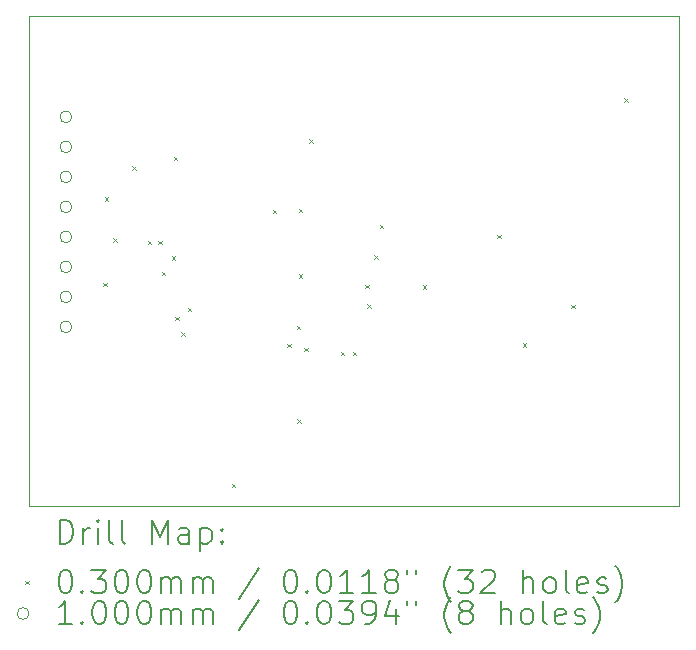
<source format=gbr>
%TF.GenerationSoftware,KiCad,Pcbnew,9.0.3*%
%TF.CreationDate,2026-02-26T20:24:48-03:00*%
%TF.ProjectId,EEGFrontier,45454746-726f-46e7-9469-65722e6b6963,rev?*%
%TF.SameCoordinates,Original*%
%TF.FileFunction,Drillmap*%
%TF.FilePolarity,Positive*%
%FSLAX45Y45*%
G04 Gerber Fmt 4.5, Leading zero omitted, Abs format (unit mm)*
G04 Created by KiCad (PCBNEW 9.0.3) date 2026-02-26 20:24:48*
%MOMM*%
%LPD*%
G01*
G04 APERTURE LIST*
%ADD10C,0.050000*%
%ADD11C,0.200000*%
%ADD12C,0.100000*%
G04 APERTURE END LIST*
D10*
X10700000Y-6101250D02*
X16202500Y-6101250D01*
X16202500Y-10253750D01*
X10700000Y-10253750D01*
X10700000Y-6101250D01*
D11*
D12*
X11325000Y-8357500D02*
X11355000Y-8387500D01*
X11355000Y-8357500D02*
X11325000Y-8387500D01*
X11340000Y-7635000D02*
X11370000Y-7665000D01*
X11370000Y-7635000D02*
X11340000Y-7665000D01*
X11412500Y-7982500D02*
X11442500Y-8012500D01*
X11442500Y-7982500D02*
X11412500Y-8012500D01*
X11570000Y-7375000D02*
X11600000Y-7405000D01*
X11600000Y-7375000D02*
X11570000Y-7405000D01*
X11702500Y-8002500D02*
X11732500Y-8032500D01*
X11732500Y-8002500D02*
X11702500Y-8032500D01*
X11789926Y-8005073D02*
X11819926Y-8035073D01*
X11819926Y-8005073D02*
X11789926Y-8035073D01*
X11820000Y-8267500D02*
X11850000Y-8297500D01*
X11850000Y-8267500D02*
X11820000Y-8297500D01*
X11907500Y-8135900D02*
X11937500Y-8165900D01*
X11937500Y-8135900D02*
X11907500Y-8165900D01*
X11922500Y-7292500D02*
X11952500Y-7322500D01*
X11952500Y-7292500D02*
X11922500Y-7322500D01*
X11935000Y-8647500D02*
X11965000Y-8677500D01*
X11965000Y-8647500D02*
X11935000Y-8677500D01*
X11987500Y-8777500D02*
X12017500Y-8807500D01*
X12017500Y-8777500D02*
X11987500Y-8807500D01*
X12040000Y-8572500D02*
X12070000Y-8602500D01*
X12070000Y-8572500D02*
X12040000Y-8602500D01*
X12412500Y-10062500D02*
X12442500Y-10092500D01*
X12442500Y-10062500D02*
X12412500Y-10092500D01*
X12762750Y-7742500D02*
X12792750Y-7772500D01*
X12792750Y-7742500D02*
X12762750Y-7772500D01*
X12885000Y-8875000D02*
X12915000Y-8905000D01*
X12915000Y-8875000D02*
X12885000Y-8905000D01*
X12965000Y-8725000D02*
X12995000Y-8755000D01*
X12995000Y-8725000D02*
X12965000Y-8755000D01*
X12970000Y-9515000D02*
X13000000Y-9545000D01*
X13000000Y-9515000D02*
X12970000Y-9545000D01*
X12982500Y-7732500D02*
X13012500Y-7762500D01*
X13012500Y-7732500D02*
X12982500Y-7762500D01*
X12982500Y-8287500D02*
X13012500Y-8317500D01*
X13012500Y-8287500D02*
X12982500Y-8317500D01*
X13030000Y-8910000D02*
X13060000Y-8940000D01*
X13060000Y-8910000D02*
X13030000Y-8940000D01*
X13072500Y-7145000D02*
X13102500Y-7175000D01*
X13102500Y-7145000D02*
X13072500Y-7175000D01*
X13335319Y-8944681D02*
X13365319Y-8974681D01*
X13365319Y-8944681D02*
X13335319Y-8974681D01*
X13438006Y-8944494D02*
X13468006Y-8974494D01*
X13468006Y-8944494D02*
X13438006Y-8974494D01*
X13542500Y-8377500D02*
X13572500Y-8407500D01*
X13572500Y-8377500D02*
X13542500Y-8407500D01*
X13560000Y-8542500D02*
X13590000Y-8572500D01*
X13590000Y-8542500D02*
X13560000Y-8572500D01*
X13620000Y-8127100D02*
X13650000Y-8157100D01*
X13650000Y-8127100D02*
X13620000Y-8157100D01*
X13667500Y-7867500D02*
X13697500Y-7897500D01*
X13697500Y-7867500D02*
X13667500Y-7897500D01*
X14030000Y-8382500D02*
X14060000Y-8412500D01*
X14060000Y-8382500D02*
X14030000Y-8412500D01*
X14662500Y-7952500D02*
X14692500Y-7982500D01*
X14692500Y-7952500D02*
X14662500Y-7982500D01*
X14877500Y-8870000D02*
X14907500Y-8900000D01*
X14907500Y-8870000D02*
X14877500Y-8900000D01*
X15290000Y-8547500D02*
X15320000Y-8577500D01*
X15320000Y-8547500D02*
X15290000Y-8577500D01*
X15737500Y-6797500D02*
X15767500Y-6827500D01*
X15767500Y-6797500D02*
X15737500Y-6827500D01*
X11060000Y-6955500D02*
G75*
G02*
X10960000Y-6955500I-50000J0D01*
G01*
X10960000Y-6955500D02*
G75*
G02*
X11060000Y-6955500I50000J0D01*
G01*
X11060000Y-7209500D02*
G75*
G02*
X10960000Y-7209500I-50000J0D01*
G01*
X10960000Y-7209500D02*
G75*
G02*
X11060000Y-7209500I50000J0D01*
G01*
X11060000Y-7463500D02*
G75*
G02*
X10960000Y-7463500I-50000J0D01*
G01*
X10960000Y-7463500D02*
G75*
G02*
X11060000Y-7463500I50000J0D01*
G01*
X11060000Y-7717500D02*
G75*
G02*
X10960000Y-7717500I-50000J0D01*
G01*
X10960000Y-7717500D02*
G75*
G02*
X11060000Y-7717500I50000J0D01*
G01*
X11060000Y-7971500D02*
G75*
G02*
X10960000Y-7971500I-50000J0D01*
G01*
X10960000Y-7971500D02*
G75*
G02*
X11060000Y-7971500I50000J0D01*
G01*
X11060000Y-8225500D02*
G75*
G02*
X10960000Y-8225500I-50000J0D01*
G01*
X10960000Y-8225500D02*
G75*
G02*
X11060000Y-8225500I50000J0D01*
G01*
X11060000Y-8479500D02*
G75*
G02*
X10960000Y-8479500I-50000J0D01*
G01*
X10960000Y-8479500D02*
G75*
G02*
X11060000Y-8479500I50000J0D01*
G01*
X11060000Y-8733500D02*
G75*
G02*
X10960000Y-8733500I-50000J0D01*
G01*
X10960000Y-8733500D02*
G75*
G02*
X11060000Y-8733500I50000J0D01*
G01*
D11*
X10958277Y-10567734D02*
X10958277Y-10367734D01*
X10958277Y-10367734D02*
X11005896Y-10367734D01*
X11005896Y-10367734D02*
X11034467Y-10377258D01*
X11034467Y-10377258D02*
X11053515Y-10396305D01*
X11053515Y-10396305D02*
X11063039Y-10415353D01*
X11063039Y-10415353D02*
X11072563Y-10453448D01*
X11072563Y-10453448D02*
X11072563Y-10482020D01*
X11072563Y-10482020D02*
X11063039Y-10520115D01*
X11063039Y-10520115D02*
X11053515Y-10539162D01*
X11053515Y-10539162D02*
X11034467Y-10558210D01*
X11034467Y-10558210D02*
X11005896Y-10567734D01*
X11005896Y-10567734D02*
X10958277Y-10567734D01*
X11158277Y-10567734D02*
X11158277Y-10434400D01*
X11158277Y-10472496D02*
X11167801Y-10453448D01*
X11167801Y-10453448D02*
X11177324Y-10443924D01*
X11177324Y-10443924D02*
X11196372Y-10434400D01*
X11196372Y-10434400D02*
X11215420Y-10434400D01*
X11282086Y-10567734D02*
X11282086Y-10434400D01*
X11282086Y-10367734D02*
X11272562Y-10377258D01*
X11272562Y-10377258D02*
X11282086Y-10386781D01*
X11282086Y-10386781D02*
X11291610Y-10377258D01*
X11291610Y-10377258D02*
X11282086Y-10367734D01*
X11282086Y-10367734D02*
X11282086Y-10386781D01*
X11405896Y-10567734D02*
X11386848Y-10558210D01*
X11386848Y-10558210D02*
X11377324Y-10539162D01*
X11377324Y-10539162D02*
X11377324Y-10367734D01*
X11510658Y-10567734D02*
X11491610Y-10558210D01*
X11491610Y-10558210D02*
X11482086Y-10539162D01*
X11482086Y-10539162D02*
X11482086Y-10367734D01*
X11739229Y-10567734D02*
X11739229Y-10367734D01*
X11739229Y-10367734D02*
X11805896Y-10510591D01*
X11805896Y-10510591D02*
X11872562Y-10367734D01*
X11872562Y-10367734D02*
X11872562Y-10567734D01*
X12053515Y-10567734D02*
X12053515Y-10462972D01*
X12053515Y-10462972D02*
X12043991Y-10443924D01*
X12043991Y-10443924D02*
X12024943Y-10434400D01*
X12024943Y-10434400D02*
X11986848Y-10434400D01*
X11986848Y-10434400D02*
X11967801Y-10443924D01*
X12053515Y-10558210D02*
X12034467Y-10567734D01*
X12034467Y-10567734D02*
X11986848Y-10567734D01*
X11986848Y-10567734D02*
X11967801Y-10558210D01*
X11967801Y-10558210D02*
X11958277Y-10539162D01*
X11958277Y-10539162D02*
X11958277Y-10520115D01*
X11958277Y-10520115D02*
X11967801Y-10501067D01*
X11967801Y-10501067D02*
X11986848Y-10491543D01*
X11986848Y-10491543D02*
X12034467Y-10491543D01*
X12034467Y-10491543D02*
X12053515Y-10482020D01*
X12148753Y-10434400D02*
X12148753Y-10634400D01*
X12148753Y-10443924D02*
X12167801Y-10434400D01*
X12167801Y-10434400D02*
X12205896Y-10434400D01*
X12205896Y-10434400D02*
X12224943Y-10443924D01*
X12224943Y-10443924D02*
X12234467Y-10453448D01*
X12234467Y-10453448D02*
X12243991Y-10472496D01*
X12243991Y-10472496D02*
X12243991Y-10529639D01*
X12243991Y-10529639D02*
X12234467Y-10548686D01*
X12234467Y-10548686D02*
X12224943Y-10558210D01*
X12224943Y-10558210D02*
X12205896Y-10567734D01*
X12205896Y-10567734D02*
X12167801Y-10567734D01*
X12167801Y-10567734D02*
X12148753Y-10558210D01*
X12329705Y-10548686D02*
X12339229Y-10558210D01*
X12339229Y-10558210D02*
X12329705Y-10567734D01*
X12329705Y-10567734D02*
X12320182Y-10558210D01*
X12320182Y-10558210D02*
X12329705Y-10548686D01*
X12329705Y-10548686D02*
X12329705Y-10567734D01*
X12329705Y-10443924D02*
X12339229Y-10453448D01*
X12339229Y-10453448D02*
X12329705Y-10462972D01*
X12329705Y-10462972D02*
X12320182Y-10453448D01*
X12320182Y-10453448D02*
X12329705Y-10443924D01*
X12329705Y-10443924D02*
X12329705Y-10462972D01*
D12*
X10667500Y-10881250D02*
X10697500Y-10911250D01*
X10697500Y-10881250D02*
X10667500Y-10911250D01*
D11*
X10996372Y-10787734D02*
X11015420Y-10787734D01*
X11015420Y-10787734D02*
X11034467Y-10797258D01*
X11034467Y-10797258D02*
X11043991Y-10806781D01*
X11043991Y-10806781D02*
X11053515Y-10825829D01*
X11053515Y-10825829D02*
X11063039Y-10863924D01*
X11063039Y-10863924D02*
X11063039Y-10911543D01*
X11063039Y-10911543D02*
X11053515Y-10949639D01*
X11053515Y-10949639D02*
X11043991Y-10968686D01*
X11043991Y-10968686D02*
X11034467Y-10978210D01*
X11034467Y-10978210D02*
X11015420Y-10987734D01*
X11015420Y-10987734D02*
X10996372Y-10987734D01*
X10996372Y-10987734D02*
X10977324Y-10978210D01*
X10977324Y-10978210D02*
X10967801Y-10968686D01*
X10967801Y-10968686D02*
X10958277Y-10949639D01*
X10958277Y-10949639D02*
X10948753Y-10911543D01*
X10948753Y-10911543D02*
X10948753Y-10863924D01*
X10948753Y-10863924D02*
X10958277Y-10825829D01*
X10958277Y-10825829D02*
X10967801Y-10806781D01*
X10967801Y-10806781D02*
X10977324Y-10797258D01*
X10977324Y-10797258D02*
X10996372Y-10787734D01*
X11148753Y-10968686D02*
X11158277Y-10978210D01*
X11158277Y-10978210D02*
X11148753Y-10987734D01*
X11148753Y-10987734D02*
X11139229Y-10978210D01*
X11139229Y-10978210D02*
X11148753Y-10968686D01*
X11148753Y-10968686D02*
X11148753Y-10987734D01*
X11224943Y-10787734D02*
X11348753Y-10787734D01*
X11348753Y-10787734D02*
X11282086Y-10863924D01*
X11282086Y-10863924D02*
X11310658Y-10863924D01*
X11310658Y-10863924D02*
X11329705Y-10873448D01*
X11329705Y-10873448D02*
X11339229Y-10882972D01*
X11339229Y-10882972D02*
X11348753Y-10902020D01*
X11348753Y-10902020D02*
X11348753Y-10949639D01*
X11348753Y-10949639D02*
X11339229Y-10968686D01*
X11339229Y-10968686D02*
X11329705Y-10978210D01*
X11329705Y-10978210D02*
X11310658Y-10987734D01*
X11310658Y-10987734D02*
X11253515Y-10987734D01*
X11253515Y-10987734D02*
X11234467Y-10978210D01*
X11234467Y-10978210D02*
X11224943Y-10968686D01*
X11472562Y-10787734D02*
X11491610Y-10787734D01*
X11491610Y-10787734D02*
X11510658Y-10797258D01*
X11510658Y-10797258D02*
X11520182Y-10806781D01*
X11520182Y-10806781D02*
X11529705Y-10825829D01*
X11529705Y-10825829D02*
X11539229Y-10863924D01*
X11539229Y-10863924D02*
X11539229Y-10911543D01*
X11539229Y-10911543D02*
X11529705Y-10949639D01*
X11529705Y-10949639D02*
X11520182Y-10968686D01*
X11520182Y-10968686D02*
X11510658Y-10978210D01*
X11510658Y-10978210D02*
X11491610Y-10987734D01*
X11491610Y-10987734D02*
X11472562Y-10987734D01*
X11472562Y-10987734D02*
X11453515Y-10978210D01*
X11453515Y-10978210D02*
X11443991Y-10968686D01*
X11443991Y-10968686D02*
X11434467Y-10949639D01*
X11434467Y-10949639D02*
X11424943Y-10911543D01*
X11424943Y-10911543D02*
X11424943Y-10863924D01*
X11424943Y-10863924D02*
X11434467Y-10825829D01*
X11434467Y-10825829D02*
X11443991Y-10806781D01*
X11443991Y-10806781D02*
X11453515Y-10797258D01*
X11453515Y-10797258D02*
X11472562Y-10787734D01*
X11663039Y-10787734D02*
X11682086Y-10787734D01*
X11682086Y-10787734D02*
X11701134Y-10797258D01*
X11701134Y-10797258D02*
X11710658Y-10806781D01*
X11710658Y-10806781D02*
X11720182Y-10825829D01*
X11720182Y-10825829D02*
X11729705Y-10863924D01*
X11729705Y-10863924D02*
X11729705Y-10911543D01*
X11729705Y-10911543D02*
X11720182Y-10949639D01*
X11720182Y-10949639D02*
X11710658Y-10968686D01*
X11710658Y-10968686D02*
X11701134Y-10978210D01*
X11701134Y-10978210D02*
X11682086Y-10987734D01*
X11682086Y-10987734D02*
X11663039Y-10987734D01*
X11663039Y-10987734D02*
X11643991Y-10978210D01*
X11643991Y-10978210D02*
X11634467Y-10968686D01*
X11634467Y-10968686D02*
X11624943Y-10949639D01*
X11624943Y-10949639D02*
X11615420Y-10911543D01*
X11615420Y-10911543D02*
X11615420Y-10863924D01*
X11615420Y-10863924D02*
X11624943Y-10825829D01*
X11624943Y-10825829D02*
X11634467Y-10806781D01*
X11634467Y-10806781D02*
X11643991Y-10797258D01*
X11643991Y-10797258D02*
X11663039Y-10787734D01*
X11815420Y-10987734D02*
X11815420Y-10854400D01*
X11815420Y-10873448D02*
X11824943Y-10863924D01*
X11824943Y-10863924D02*
X11843991Y-10854400D01*
X11843991Y-10854400D02*
X11872563Y-10854400D01*
X11872563Y-10854400D02*
X11891610Y-10863924D01*
X11891610Y-10863924D02*
X11901134Y-10882972D01*
X11901134Y-10882972D02*
X11901134Y-10987734D01*
X11901134Y-10882972D02*
X11910658Y-10863924D01*
X11910658Y-10863924D02*
X11929705Y-10854400D01*
X11929705Y-10854400D02*
X11958277Y-10854400D01*
X11958277Y-10854400D02*
X11977324Y-10863924D01*
X11977324Y-10863924D02*
X11986848Y-10882972D01*
X11986848Y-10882972D02*
X11986848Y-10987734D01*
X12082086Y-10987734D02*
X12082086Y-10854400D01*
X12082086Y-10873448D02*
X12091610Y-10863924D01*
X12091610Y-10863924D02*
X12110658Y-10854400D01*
X12110658Y-10854400D02*
X12139229Y-10854400D01*
X12139229Y-10854400D02*
X12158277Y-10863924D01*
X12158277Y-10863924D02*
X12167801Y-10882972D01*
X12167801Y-10882972D02*
X12167801Y-10987734D01*
X12167801Y-10882972D02*
X12177324Y-10863924D01*
X12177324Y-10863924D02*
X12196372Y-10854400D01*
X12196372Y-10854400D02*
X12224943Y-10854400D01*
X12224943Y-10854400D02*
X12243991Y-10863924D01*
X12243991Y-10863924D02*
X12253515Y-10882972D01*
X12253515Y-10882972D02*
X12253515Y-10987734D01*
X12643991Y-10778210D02*
X12472563Y-11035353D01*
X12901134Y-10787734D02*
X12920182Y-10787734D01*
X12920182Y-10787734D02*
X12939229Y-10797258D01*
X12939229Y-10797258D02*
X12948753Y-10806781D01*
X12948753Y-10806781D02*
X12958277Y-10825829D01*
X12958277Y-10825829D02*
X12967801Y-10863924D01*
X12967801Y-10863924D02*
X12967801Y-10911543D01*
X12967801Y-10911543D02*
X12958277Y-10949639D01*
X12958277Y-10949639D02*
X12948753Y-10968686D01*
X12948753Y-10968686D02*
X12939229Y-10978210D01*
X12939229Y-10978210D02*
X12920182Y-10987734D01*
X12920182Y-10987734D02*
X12901134Y-10987734D01*
X12901134Y-10987734D02*
X12882086Y-10978210D01*
X12882086Y-10978210D02*
X12872563Y-10968686D01*
X12872563Y-10968686D02*
X12863039Y-10949639D01*
X12863039Y-10949639D02*
X12853515Y-10911543D01*
X12853515Y-10911543D02*
X12853515Y-10863924D01*
X12853515Y-10863924D02*
X12863039Y-10825829D01*
X12863039Y-10825829D02*
X12872563Y-10806781D01*
X12872563Y-10806781D02*
X12882086Y-10797258D01*
X12882086Y-10797258D02*
X12901134Y-10787734D01*
X13053515Y-10968686D02*
X13063039Y-10978210D01*
X13063039Y-10978210D02*
X13053515Y-10987734D01*
X13053515Y-10987734D02*
X13043991Y-10978210D01*
X13043991Y-10978210D02*
X13053515Y-10968686D01*
X13053515Y-10968686D02*
X13053515Y-10987734D01*
X13186848Y-10787734D02*
X13205896Y-10787734D01*
X13205896Y-10787734D02*
X13224944Y-10797258D01*
X13224944Y-10797258D02*
X13234467Y-10806781D01*
X13234467Y-10806781D02*
X13243991Y-10825829D01*
X13243991Y-10825829D02*
X13253515Y-10863924D01*
X13253515Y-10863924D02*
X13253515Y-10911543D01*
X13253515Y-10911543D02*
X13243991Y-10949639D01*
X13243991Y-10949639D02*
X13234467Y-10968686D01*
X13234467Y-10968686D02*
X13224944Y-10978210D01*
X13224944Y-10978210D02*
X13205896Y-10987734D01*
X13205896Y-10987734D02*
X13186848Y-10987734D01*
X13186848Y-10987734D02*
X13167801Y-10978210D01*
X13167801Y-10978210D02*
X13158277Y-10968686D01*
X13158277Y-10968686D02*
X13148753Y-10949639D01*
X13148753Y-10949639D02*
X13139229Y-10911543D01*
X13139229Y-10911543D02*
X13139229Y-10863924D01*
X13139229Y-10863924D02*
X13148753Y-10825829D01*
X13148753Y-10825829D02*
X13158277Y-10806781D01*
X13158277Y-10806781D02*
X13167801Y-10797258D01*
X13167801Y-10797258D02*
X13186848Y-10787734D01*
X13443991Y-10987734D02*
X13329706Y-10987734D01*
X13386848Y-10987734D02*
X13386848Y-10787734D01*
X13386848Y-10787734D02*
X13367801Y-10816305D01*
X13367801Y-10816305D02*
X13348753Y-10835353D01*
X13348753Y-10835353D02*
X13329706Y-10844877D01*
X13634467Y-10987734D02*
X13520182Y-10987734D01*
X13577325Y-10987734D02*
X13577325Y-10787734D01*
X13577325Y-10787734D02*
X13558277Y-10816305D01*
X13558277Y-10816305D02*
X13539229Y-10835353D01*
X13539229Y-10835353D02*
X13520182Y-10844877D01*
X13748753Y-10873448D02*
X13729706Y-10863924D01*
X13729706Y-10863924D02*
X13720182Y-10854400D01*
X13720182Y-10854400D02*
X13710658Y-10835353D01*
X13710658Y-10835353D02*
X13710658Y-10825829D01*
X13710658Y-10825829D02*
X13720182Y-10806781D01*
X13720182Y-10806781D02*
X13729706Y-10797258D01*
X13729706Y-10797258D02*
X13748753Y-10787734D01*
X13748753Y-10787734D02*
X13786848Y-10787734D01*
X13786848Y-10787734D02*
X13805896Y-10797258D01*
X13805896Y-10797258D02*
X13815420Y-10806781D01*
X13815420Y-10806781D02*
X13824944Y-10825829D01*
X13824944Y-10825829D02*
X13824944Y-10835353D01*
X13824944Y-10835353D02*
X13815420Y-10854400D01*
X13815420Y-10854400D02*
X13805896Y-10863924D01*
X13805896Y-10863924D02*
X13786848Y-10873448D01*
X13786848Y-10873448D02*
X13748753Y-10873448D01*
X13748753Y-10873448D02*
X13729706Y-10882972D01*
X13729706Y-10882972D02*
X13720182Y-10892496D01*
X13720182Y-10892496D02*
X13710658Y-10911543D01*
X13710658Y-10911543D02*
X13710658Y-10949639D01*
X13710658Y-10949639D02*
X13720182Y-10968686D01*
X13720182Y-10968686D02*
X13729706Y-10978210D01*
X13729706Y-10978210D02*
X13748753Y-10987734D01*
X13748753Y-10987734D02*
X13786848Y-10987734D01*
X13786848Y-10987734D02*
X13805896Y-10978210D01*
X13805896Y-10978210D02*
X13815420Y-10968686D01*
X13815420Y-10968686D02*
X13824944Y-10949639D01*
X13824944Y-10949639D02*
X13824944Y-10911543D01*
X13824944Y-10911543D02*
X13815420Y-10892496D01*
X13815420Y-10892496D02*
X13805896Y-10882972D01*
X13805896Y-10882972D02*
X13786848Y-10873448D01*
X13901134Y-10787734D02*
X13901134Y-10825829D01*
X13977325Y-10787734D02*
X13977325Y-10825829D01*
X14272563Y-11063924D02*
X14263039Y-11054400D01*
X14263039Y-11054400D02*
X14243991Y-11025829D01*
X14243991Y-11025829D02*
X14234468Y-11006781D01*
X14234468Y-11006781D02*
X14224944Y-10978210D01*
X14224944Y-10978210D02*
X14215420Y-10930591D01*
X14215420Y-10930591D02*
X14215420Y-10892496D01*
X14215420Y-10892496D02*
X14224944Y-10844877D01*
X14224944Y-10844877D02*
X14234468Y-10816305D01*
X14234468Y-10816305D02*
X14243991Y-10797258D01*
X14243991Y-10797258D02*
X14263039Y-10768686D01*
X14263039Y-10768686D02*
X14272563Y-10759162D01*
X14329706Y-10787734D02*
X14453515Y-10787734D01*
X14453515Y-10787734D02*
X14386848Y-10863924D01*
X14386848Y-10863924D02*
X14415420Y-10863924D01*
X14415420Y-10863924D02*
X14434468Y-10873448D01*
X14434468Y-10873448D02*
X14443991Y-10882972D01*
X14443991Y-10882972D02*
X14453515Y-10902020D01*
X14453515Y-10902020D02*
X14453515Y-10949639D01*
X14453515Y-10949639D02*
X14443991Y-10968686D01*
X14443991Y-10968686D02*
X14434468Y-10978210D01*
X14434468Y-10978210D02*
X14415420Y-10987734D01*
X14415420Y-10987734D02*
X14358277Y-10987734D01*
X14358277Y-10987734D02*
X14339229Y-10978210D01*
X14339229Y-10978210D02*
X14329706Y-10968686D01*
X14529706Y-10806781D02*
X14539229Y-10797258D01*
X14539229Y-10797258D02*
X14558277Y-10787734D01*
X14558277Y-10787734D02*
X14605896Y-10787734D01*
X14605896Y-10787734D02*
X14624944Y-10797258D01*
X14624944Y-10797258D02*
X14634468Y-10806781D01*
X14634468Y-10806781D02*
X14643991Y-10825829D01*
X14643991Y-10825829D02*
X14643991Y-10844877D01*
X14643991Y-10844877D02*
X14634468Y-10873448D01*
X14634468Y-10873448D02*
X14520182Y-10987734D01*
X14520182Y-10987734D02*
X14643991Y-10987734D01*
X14882087Y-10987734D02*
X14882087Y-10787734D01*
X14967801Y-10987734D02*
X14967801Y-10882972D01*
X14967801Y-10882972D02*
X14958277Y-10863924D01*
X14958277Y-10863924D02*
X14939230Y-10854400D01*
X14939230Y-10854400D02*
X14910658Y-10854400D01*
X14910658Y-10854400D02*
X14891610Y-10863924D01*
X14891610Y-10863924D02*
X14882087Y-10873448D01*
X15091610Y-10987734D02*
X15072563Y-10978210D01*
X15072563Y-10978210D02*
X15063039Y-10968686D01*
X15063039Y-10968686D02*
X15053515Y-10949639D01*
X15053515Y-10949639D02*
X15053515Y-10892496D01*
X15053515Y-10892496D02*
X15063039Y-10873448D01*
X15063039Y-10873448D02*
X15072563Y-10863924D01*
X15072563Y-10863924D02*
X15091610Y-10854400D01*
X15091610Y-10854400D02*
X15120182Y-10854400D01*
X15120182Y-10854400D02*
X15139230Y-10863924D01*
X15139230Y-10863924D02*
X15148753Y-10873448D01*
X15148753Y-10873448D02*
X15158277Y-10892496D01*
X15158277Y-10892496D02*
X15158277Y-10949639D01*
X15158277Y-10949639D02*
X15148753Y-10968686D01*
X15148753Y-10968686D02*
X15139230Y-10978210D01*
X15139230Y-10978210D02*
X15120182Y-10987734D01*
X15120182Y-10987734D02*
X15091610Y-10987734D01*
X15272563Y-10987734D02*
X15253515Y-10978210D01*
X15253515Y-10978210D02*
X15243991Y-10959162D01*
X15243991Y-10959162D02*
X15243991Y-10787734D01*
X15424944Y-10978210D02*
X15405896Y-10987734D01*
X15405896Y-10987734D02*
X15367801Y-10987734D01*
X15367801Y-10987734D02*
X15348753Y-10978210D01*
X15348753Y-10978210D02*
X15339230Y-10959162D01*
X15339230Y-10959162D02*
X15339230Y-10882972D01*
X15339230Y-10882972D02*
X15348753Y-10863924D01*
X15348753Y-10863924D02*
X15367801Y-10854400D01*
X15367801Y-10854400D02*
X15405896Y-10854400D01*
X15405896Y-10854400D02*
X15424944Y-10863924D01*
X15424944Y-10863924D02*
X15434468Y-10882972D01*
X15434468Y-10882972D02*
X15434468Y-10902020D01*
X15434468Y-10902020D02*
X15339230Y-10921067D01*
X15510658Y-10978210D02*
X15529706Y-10987734D01*
X15529706Y-10987734D02*
X15567801Y-10987734D01*
X15567801Y-10987734D02*
X15586849Y-10978210D01*
X15586849Y-10978210D02*
X15596372Y-10959162D01*
X15596372Y-10959162D02*
X15596372Y-10949639D01*
X15596372Y-10949639D02*
X15586849Y-10930591D01*
X15586849Y-10930591D02*
X15567801Y-10921067D01*
X15567801Y-10921067D02*
X15539230Y-10921067D01*
X15539230Y-10921067D02*
X15520182Y-10911543D01*
X15520182Y-10911543D02*
X15510658Y-10892496D01*
X15510658Y-10892496D02*
X15510658Y-10882972D01*
X15510658Y-10882972D02*
X15520182Y-10863924D01*
X15520182Y-10863924D02*
X15539230Y-10854400D01*
X15539230Y-10854400D02*
X15567801Y-10854400D01*
X15567801Y-10854400D02*
X15586849Y-10863924D01*
X15663039Y-11063924D02*
X15672563Y-11054400D01*
X15672563Y-11054400D02*
X15691611Y-11025829D01*
X15691611Y-11025829D02*
X15701134Y-11006781D01*
X15701134Y-11006781D02*
X15710658Y-10978210D01*
X15710658Y-10978210D02*
X15720182Y-10930591D01*
X15720182Y-10930591D02*
X15720182Y-10892496D01*
X15720182Y-10892496D02*
X15710658Y-10844877D01*
X15710658Y-10844877D02*
X15701134Y-10816305D01*
X15701134Y-10816305D02*
X15691611Y-10797258D01*
X15691611Y-10797258D02*
X15672563Y-10768686D01*
X15672563Y-10768686D02*
X15663039Y-10759162D01*
D12*
X10697500Y-11160250D02*
G75*
G02*
X10597500Y-11160250I-50000J0D01*
G01*
X10597500Y-11160250D02*
G75*
G02*
X10697500Y-11160250I50000J0D01*
G01*
D11*
X11063039Y-11251734D02*
X10948753Y-11251734D01*
X11005896Y-11251734D02*
X11005896Y-11051734D01*
X11005896Y-11051734D02*
X10986848Y-11080305D01*
X10986848Y-11080305D02*
X10967801Y-11099353D01*
X10967801Y-11099353D02*
X10948753Y-11108877D01*
X11148753Y-11232686D02*
X11158277Y-11242210D01*
X11158277Y-11242210D02*
X11148753Y-11251734D01*
X11148753Y-11251734D02*
X11139229Y-11242210D01*
X11139229Y-11242210D02*
X11148753Y-11232686D01*
X11148753Y-11232686D02*
X11148753Y-11251734D01*
X11282086Y-11051734D02*
X11301134Y-11051734D01*
X11301134Y-11051734D02*
X11320182Y-11061258D01*
X11320182Y-11061258D02*
X11329705Y-11070781D01*
X11329705Y-11070781D02*
X11339229Y-11089829D01*
X11339229Y-11089829D02*
X11348753Y-11127924D01*
X11348753Y-11127924D02*
X11348753Y-11175543D01*
X11348753Y-11175543D02*
X11339229Y-11213638D01*
X11339229Y-11213638D02*
X11329705Y-11232686D01*
X11329705Y-11232686D02*
X11320182Y-11242210D01*
X11320182Y-11242210D02*
X11301134Y-11251734D01*
X11301134Y-11251734D02*
X11282086Y-11251734D01*
X11282086Y-11251734D02*
X11263039Y-11242210D01*
X11263039Y-11242210D02*
X11253515Y-11232686D01*
X11253515Y-11232686D02*
X11243991Y-11213638D01*
X11243991Y-11213638D02*
X11234467Y-11175543D01*
X11234467Y-11175543D02*
X11234467Y-11127924D01*
X11234467Y-11127924D02*
X11243991Y-11089829D01*
X11243991Y-11089829D02*
X11253515Y-11070781D01*
X11253515Y-11070781D02*
X11263039Y-11061258D01*
X11263039Y-11061258D02*
X11282086Y-11051734D01*
X11472562Y-11051734D02*
X11491610Y-11051734D01*
X11491610Y-11051734D02*
X11510658Y-11061258D01*
X11510658Y-11061258D02*
X11520182Y-11070781D01*
X11520182Y-11070781D02*
X11529705Y-11089829D01*
X11529705Y-11089829D02*
X11539229Y-11127924D01*
X11539229Y-11127924D02*
X11539229Y-11175543D01*
X11539229Y-11175543D02*
X11529705Y-11213638D01*
X11529705Y-11213638D02*
X11520182Y-11232686D01*
X11520182Y-11232686D02*
X11510658Y-11242210D01*
X11510658Y-11242210D02*
X11491610Y-11251734D01*
X11491610Y-11251734D02*
X11472562Y-11251734D01*
X11472562Y-11251734D02*
X11453515Y-11242210D01*
X11453515Y-11242210D02*
X11443991Y-11232686D01*
X11443991Y-11232686D02*
X11434467Y-11213638D01*
X11434467Y-11213638D02*
X11424943Y-11175543D01*
X11424943Y-11175543D02*
X11424943Y-11127924D01*
X11424943Y-11127924D02*
X11434467Y-11089829D01*
X11434467Y-11089829D02*
X11443991Y-11070781D01*
X11443991Y-11070781D02*
X11453515Y-11061258D01*
X11453515Y-11061258D02*
X11472562Y-11051734D01*
X11663039Y-11051734D02*
X11682086Y-11051734D01*
X11682086Y-11051734D02*
X11701134Y-11061258D01*
X11701134Y-11061258D02*
X11710658Y-11070781D01*
X11710658Y-11070781D02*
X11720182Y-11089829D01*
X11720182Y-11089829D02*
X11729705Y-11127924D01*
X11729705Y-11127924D02*
X11729705Y-11175543D01*
X11729705Y-11175543D02*
X11720182Y-11213638D01*
X11720182Y-11213638D02*
X11710658Y-11232686D01*
X11710658Y-11232686D02*
X11701134Y-11242210D01*
X11701134Y-11242210D02*
X11682086Y-11251734D01*
X11682086Y-11251734D02*
X11663039Y-11251734D01*
X11663039Y-11251734D02*
X11643991Y-11242210D01*
X11643991Y-11242210D02*
X11634467Y-11232686D01*
X11634467Y-11232686D02*
X11624943Y-11213638D01*
X11624943Y-11213638D02*
X11615420Y-11175543D01*
X11615420Y-11175543D02*
X11615420Y-11127924D01*
X11615420Y-11127924D02*
X11624943Y-11089829D01*
X11624943Y-11089829D02*
X11634467Y-11070781D01*
X11634467Y-11070781D02*
X11643991Y-11061258D01*
X11643991Y-11061258D02*
X11663039Y-11051734D01*
X11815420Y-11251734D02*
X11815420Y-11118400D01*
X11815420Y-11137448D02*
X11824943Y-11127924D01*
X11824943Y-11127924D02*
X11843991Y-11118400D01*
X11843991Y-11118400D02*
X11872563Y-11118400D01*
X11872563Y-11118400D02*
X11891610Y-11127924D01*
X11891610Y-11127924D02*
X11901134Y-11146972D01*
X11901134Y-11146972D02*
X11901134Y-11251734D01*
X11901134Y-11146972D02*
X11910658Y-11127924D01*
X11910658Y-11127924D02*
X11929705Y-11118400D01*
X11929705Y-11118400D02*
X11958277Y-11118400D01*
X11958277Y-11118400D02*
X11977324Y-11127924D01*
X11977324Y-11127924D02*
X11986848Y-11146972D01*
X11986848Y-11146972D02*
X11986848Y-11251734D01*
X12082086Y-11251734D02*
X12082086Y-11118400D01*
X12082086Y-11137448D02*
X12091610Y-11127924D01*
X12091610Y-11127924D02*
X12110658Y-11118400D01*
X12110658Y-11118400D02*
X12139229Y-11118400D01*
X12139229Y-11118400D02*
X12158277Y-11127924D01*
X12158277Y-11127924D02*
X12167801Y-11146972D01*
X12167801Y-11146972D02*
X12167801Y-11251734D01*
X12167801Y-11146972D02*
X12177324Y-11127924D01*
X12177324Y-11127924D02*
X12196372Y-11118400D01*
X12196372Y-11118400D02*
X12224943Y-11118400D01*
X12224943Y-11118400D02*
X12243991Y-11127924D01*
X12243991Y-11127924D02*
X12253515Y-11146972D01*
X12253515Y-11146972D02*
X12253515Y-11251734D01*
X12643991Y-11042210D02*
X12472563Y-11299353D01*
X12901134Y-11051734D02*
X12920182Y-11051734D01*
X12920182Y-11051734D02*
X12939229Y-11061258D01*
X12939229Y-11061258D02*
X12948753Y-11070781D01*
X12948753Y-11070781D02*
X12958277Y-11089829D01*
X12958277Y-11089829D02*
X12967801Y-11127924D01*
X12967801Y-11127924D02*
X12967801Y-11175543D01*
X12967801Y-11175543D02*
X12958277Y-11213638D01*
X12958277Y-11213638D02*
X12948753Y-11232686D01*
X12948753Y-11232686D02*
X12939229Y-11242210D01*
X12939229Y-11242210D02*
X12920182Y-11251734D01*
X12920182Y-11251734D02*
X12901134Y-11251734D01*
X12901134Y-11251734D02*
X12882086Y-11242210D01*
X12882086Y-11242210D02*
X12872563Y-11232686D01*
X12872563Y-11232686D02*
X12863039Y-11213638D01*
X12863039Y-11213638D02*
X12853515Y-11175543D01*
X12853515Y-11175543D02*
X12853515Y-11127924D01*
X12853515Y-11127924D02*
X12863039Y-11089829D01*
X12863039Y-11089829D02*
X12872563Y-11070781D01*
X12872563Y-11070781D02*
X12882086Y-11061258D01*
X12882086Y-11061258D02*
X12901134Y-11051734D01*
X13053515Y-11232686D02*
X13063039Y-11242210D01*
X13063039Y-11242210D02*
X13053515Y-11251734D01*
X13053515Y-11251734D02*
X13043991Y-11242210D01*
X13043991Y-11242210D02*
X13053515Y-11232686D01*
X13053515Y-11232686D02*
X13053515Y-11251734D01*
X13186848Y-11051734D02*
X13205896Y-11051734D01*
X13205896Y-11051734D02*
X13224944Y-11061258D01*
X13224944Y-11061258D02*
X13234467Y-11070781D01*
X13234467Y-11070781D02*
X13243991Y-11089829D01*
X13243991Y-11089829D02*
X13253515Y-11127924D01*
X13253515Y-11127924D02*
X13253515Y-11175543D01*
X13253515Y-11175543D02*
X13243991Y-11213638D01*
X13243991Y-11213638D02*
X13234467Y-11232686D01*
X13234467Y-11232686D02*
X13224944Y-11242210D01*
X13224944Y-11242210D02*
X13205896Y-11251734D01*
X13205896Y-11251734D02*
X13186848Y-11251734D01*
X13186848Y-11251734D02*
X13167801Y-11242210D01*
X13167801Y-11242210D02*
X13158277Y-11232686D01*
X13158277Y-11232686D02*
X13148753Y-11213638D01*
X13148753Y-11213638D02*
X13139229Y-11175543D01*
X13139229Y-11175543D02*
X13139229Y-11127924D01*
X13139229Y-11127924D02*
X13148753Y-11089829D01*
X13148753Y-11089829D02*
X13158277Y-11070781D01*
X13158277Y-11070781D02*
X13167801Y-11061258D01*
X13167801Y-11061258D02*
X13186848Y-11051734D01*
X13320182Y-11051734D02*
X13443991Y-11051734D01*
X13443991Y-11051734D02*
X13377325Y-11127924D01*
X13377325Y-11127924D02*
X13405896Y-11127924D01*
X13405896Y-11127924D02*
X13424944Y-11137448D01*
X13424944Y-11137448D02*
X13434467Y-11146972D01*
X13434467Y-11146972D02*
X13443991Y-11166020D01*
X13443991Y-11166020D02*
X13443991Y-11213638D01*
X13443991Y-11213638D02*
X13434467Y-11232686D01*
X13434467Y-11232686D02*
X13424944Y-11242210D01*
X13424944Y-11242210D02*
X13405896Y-11251734D01*
X13405896Y-11251734D02*
X13348753Y-11251734D01*
X13348753Y-11251734D02*
X13329706Y-11242210D01*
X13329706Y-11242210D02*
X13320182Y-11232686D01*
X13539229Y-11251734D02*
X13577325Y-11251734D01*
X13577325Y-11251734D02*
X13596372Y-11242210D01*
X13596372Y-11242210D02*
X13605896Y-11232686D01*
X13605896Y-11232686D02*
X13624944Y-11204115D01*
X13624944Y-11204115D02*
X13634467Y-11166020D01*
X13634467Y-11166020D02*
X13634467Y-11089829D01*
X13634467Y-11089829D02*
X13624944Y-11070781D01*
X13624944Y-11070781D02*
X13615420Y-11061258D01*
X13615420Y-11061258D02*
X13596372Y-11051734D01*
X13596372Y-11051734D02*
X13558277Y-11051734D01*
X13558277Y-11051734D02*
X13539229Y-11061258D01*
X13539229Y-11061258D02*
X13529706Y-11070781D01*
X13529706Y-11070781D02*
X13520182Y-11089829D01*
X13520182Y-11089829D02*
X13520182Y-11137448D01*
X13520182Y-11137448D02*
X13529706Y-11156496D01*
X13529706Y-11156496D02*
X13539229Y-11166020D01*
X13539229Y-11166020D02*
X13558277Y-11175543D01*
X13558277Y-11175543D02*
X13596372Y-11175543D01*
X13596372Y-11175543D02*
X13615420Y-11166020D01*
X13615420Y-11166020D02*
X13624944Y-11156496D01*
X13624944Y-11156496D02*
X13634467Y-11137448D01*
X13805896Y-11118400D02*
X13805896Y-11251734D01*
X13758277Y-11042210D02*
X13710658Y-11185067D01*
X13710658Y-11185067D02*
X13834467Y-11185067D01*
X13901134Y-11051734D02*
X13901134Y-11089829D01*
X13977325Y-11051734D02*
X13977325Y-11089829D01*
X14272563Y-11327924D02*
X14263039Y-11318400D01*
X14263039Y-11318400D02*
X14243991Y-11289829D01*
X14243991Y-11289829D02*
X14234468Y-11270781D01*
X14234468Y-11270781D02*
X14224944Y-11242210D01*
X14224944Y-11242210D02*
X14215420Y-11194591D01*
X14215420Y-11194591D02*
X14215420Y-11156496D01*
X14215420Y-11156496D02*
X14224944Y-11108877D01*
X14224944Y-11108877D02*
X14234468Y-11080305D01*
X14234468Y-11080305D02*
X14243991Y-11061258D01*
X14243991Y-11061258D02*
X14263039Y-11032686D01*
X14263039Y-11032686D02*
X14272563Y-11023162D01*
X14377325Y-11137448D02*
X14358277Y-11127924D01*
X14358277Y-11127924D02*
X14348753Y-11118400D01*
X14348753Y-11118400D02*
X14339229Y-11099353D01*
X14339229Y-11099353D02*
X14339229Y-11089829D01*
X14339229Y-11089829D02*
X14348753Y-11070781D01*
X14348753Y-11070781D02*
X14358277Y-11061258D01*
X14358277Y-11061258D02*
X14377325Y-11051734D01*
X14377325Y-11051734D02*
X14415420Y-11051734D01*
X14415420Y-11051734D02*
X14434468Y-11061258D01*
X14434468Y-11061258D02*
X14443991Y-11070781D01*
X14443991Y-11070781D02*
X14453515Y-11089829D01*
X14453515Y-11089829D02*
X14453515Y-11099353D01*
X14453515Y-11099353D02*
X14443991Y-11118400D01*
X14443991Y-11118400D02*
X14434468Y-11127924D01*
X14434468Y-11127924D02*
X14415420Y-11137448D01*
X14415420Y-11137448D02*
X14377325Y-11137448D01*
X14377325Y-11137448D02*
X14358277Y-11146972D01*
X14358277Y-11146972D02*
X14348753Y-11156496D01*
X14348753Y-11156496D02*
X14339229Y-11175543D01*
X14339229Y-11175543D02*
X14339229Y-11213638D01*
X14339229Y-11213638D02*
X14348753Y-11232686D01*
X14348753Y-11232686D02*
X14358277Y-11242210D01*
X14358277Y-11242210D02*
X14377325Y-11251734D01*
X14377325Y-11251734D02*
X14415420Y-11251734D01*
X14415420Y-11251734D02*
X14434468Y-11242210D01*
X14434468Y-11242210D02*
X14443991Y-11232686D01*
X14443991Y-11232686D02*
X14453515Y-11213638D01*
X14453515Y-11213638D02*
X14453515Y-11175543D01*
X14453515Y-11175543D02*
X14443991Y-11156496D01*
X14443991Y-11156496D02*
X14434468Y-11146972D01*
X14434468Y-11146972D02*
X14415420Y-11137448D01*
X14691610Y-11251734D02*
X14691610Y-11051734D01*
X14777325Y-11251734D02*
X14777325Y-11146972D01*
X14777325Y-11146972D02*
X14767801Y-11127924D01*
X14767801Y-11127924D02*
X14748753Y-11118400D01*
X14748753Y-11118400D02*
X14720182Y-11118400D01*
X14720182Y-11118400D02*
X14701134Y-11127924D01*
X14701134Y-11127924D02*
X14691610Y-11137448D01*
X14901134Y-11251734D02*
X14882087Y-11242210D01*
X14882087Y-11242210D02*
X14872563Y-11232686D01*
X14872563Y-11232686D02*
X14863039Y-11213638D01*
X14863039Y-11213638D02*
X14863039Y-11156496D01*
X14863039Y-11156496D02*
X14872563Y-11137448D01*
X14872563Y-11137448D02*
X14882087Y-11127924D01*
X14882087Y-11127924D02*
X14901134Y-11118400D01*
X14901134Y-11118400D02*
X14929706Y-11118400D01*
X14929706Y-11118400D02*
X14948753Y-11127924D01*
X14948753Y-11127924D02*
X14958277Y-11137448D01*
X14958277Y-11137448D02*
X14967801Y-11156496D01*
X14967801Y-11156496D02*
X14967801Y-11213638D01*
X14967801Y-11213638D02*
X14958277Y-11232686D01*
X14958277Y-11232686D02*
X14948753Y-11242210D01*
X14948753Y-11242210D02*
X14929706Y-11251734D01*
X14929706Y-11251734D02*
X14901134Y-11251734D01*
X15082087Y-11251734D02*
X15063039Y-11242210D01*
X15063039Y-11242210D02*
X15053515Y-11223162D01*
X15053515Y-11223162D02*
X15053515Y-11051734D01*
X15234468Y-11242210D02*
X15215420Y-11251734D01*
X15215420Y-11251734D02*
X15177325Y-11251734D01*
X15177325Y-11251734D02*
X15158277Y-11242210D01*
X15158277Y-11242210D02*
X15148753Y-11223162D01*
X15148753Y-11223162D02*
X15148753Y-11146972D01*
X15148753Y-11146972D02*
X15158277Y-11127924D01*
X15158277Y-11127924D02*
X15177325Y-11118400D01*
X15177325Y-11118400D02*
X15215420Y-11118400D01*
X15215420Y-11118400D02*
X15234468Y-11127924D01*
X15234468Y-11127924D02*
X15243991Y-11146972D01*
X15243991Y-11146972D02*
X15243991Y-11166020D01*
X15243991Y-11166020D02*
X15148753Y-11185067D01*
X15320182Y-11242210D02*
X15339230Y-11251734D01*
X15339230Y-11251734D02*
X15377325Y-11251734D01*
X15377325Y-11251734D02*
X15396372Y-11242210D01*
X15396372Y-11242210D02*
X15405896Y-11223162D01*
X15405896Y-11223162D02*
X15405896Y-11213638D01*
X15405896Y-11213638D02*
X15396372Y-11194591D01*
X15396372Y-11194591D02*
X15377325Y-11185067D01*
X15377325Y-11185067D02*
X15348753Y-11185067D01*
X15348753Y-11185067D02*
X15329706Y-11175543D01*
X15329706Y-11175543D02*
X15320182Y-11156496D01*
X15320182Y-11156496D02*
X15320182Y-11146972D01*
X15320182Y-11146972D02*
X15329706Y-11127924D01*
X15329706Y-11127924D02*
X15348753Y-11118400D01*
X15348753Y-11118400D02*
X15377325Y-11118400D01*
X15377325Y-11118400D02*
X15396372Y-11127924D01*
X15472563Y-11327924D02*
X15482087Y-11318400D01*
X15482087Y-11318400D02*
X15501134Y-11289829D01*
X15501134Y-11289829D02*
X15510658Y-11270781D01*
X15510658Y-11270781D02*
X15520182Y-11242210D01*
X15520182Y-11242210D02*
X15529706Y-11194591D01*
X15529706Y-11194591D02*
X15529706Y-11156496D01*
X15529706Y-11156496D02*
X15520182Y-11108877D01*
X15520182Y-11108877D02*
X15510658Y-11080305D01*
X15510658Y-11080305D02*
X15501134Y-11061258D01*
X15501134Y-11061258D02*
X15482087Y-11032686D01*
X15482087Y-11032686D02*
X15472563Y-11023162D01*
M02*

</source>
